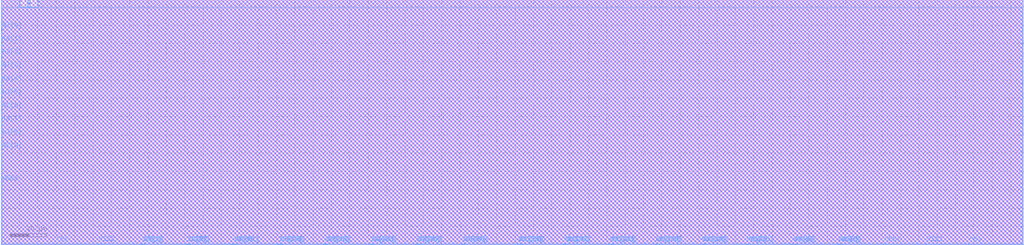
<source format=lef>
VERSION 5.5 ;
NAMESCASESENSITIVE ON ;
BUSBITCHARS "[]" ;
DIVIDERCHAR "/" ;

MACRO SRAM_32x1024_2P
  CLASS BLOCK ;
  SOURCE USER ;
  ORIGIN 0 0 ;
  SIZE 278.464 BY 66.880 ;
  SYMMETRY X Y R90 ;

  PIN CE1
    DIRECTION INPUT ;
    USE SIGNAL ;
    PORT
      LAYER M2 ;
        RECT 263.568 0.000 263.720 0.152 ;
    END
    PORT
      LAYER M3 ;
        RECT 263.568 0.000 263.720 0.152 ;
    END
    PORT
      LAYER M4 ;
        RECT 263.568 0.000 263.720 0.152 ;
    END
    PORT
      LAYER M5 ;
        RECT 263.568 0.000 263.720 0.152 ;
    END
  END CE1

  PIN CSB1
    DIRECTION INPUT ;
    USE SIGNAL ;
    PORT
      LAYER M2 ;
        RECT 252.016 0.000 252.168 0.152 ;
    END
    PORT
      LAYER M3 ;
        RECT 252.016 0.000 252.168 0.152 ;
    END
    PORT
      LAYER M4 ;
        RECT 252.016 0.000 252.168 0.152 ;
    END
    PORT
      LAYER M5 ;
        RECT 252.016 0.000 252.168 0.152 ;
    END
  END CSB1

  PIN OEB1
    DIRECTION INPUT ;
    USE SIGNAL ;
    PORT
      LAYER M2 ;
        RECT 240.464 0.000 240.616 0.152 ;
    END
    PORT
      LAYER M3 ;
        RECT 240.464 0.000 240.616 0.152 ;
    END
    PORT
      LAYER M4 ;
        RECT 240.464 0.000 240.616 0.152 ;
    END
    PORT
      LAYER M5 ;
        RECT 240.464 0.000 240.616 0.152 ;
    END
  END OEB1

  PIN O1[3]
    DIRECTION OUTPUT ;
    USE SIGNAL ;
    PORT
      LAYER M2 ;
        RECT 228.912 0.000 229.064 0.152 ;
    END
    PORT
      LAYER M3 ;
        RECT 228.912 0.000 229.064 0.152 ;
    END
    PORT
      LAYER M4 ;
        RECT 228.912 0.000 229.064 0.152 ;
    END
    PORT
      LAYER M5 ;
        RECT 228.912 0.000 229.064 0.152 ;
    END
  END O1[3]

  PIN O1[2]
    DIRECTION OUTPUT ;
    USE SIGNAL ;
    PORT
      LAYER M2 ;
        RECT 228.608 0.000 228.760 0.152 ;
    END
    PORT
      LAYER M3 ;
        RECT 228.608 0.000 228.760 0.152 ;
    END
    PORT
      LAYER M4 ;
        RECT 228.608 0.000 228.760 0.152 ;
    END
    PORT
      LAYER M5 ;
        RECT 228.608 0.000 228.760 0.152 ;
    END
  END O1[2]

  PIN O1[1]
    DIRECTION OUTPUT ;
    USE SIGNAL ;
    PORT
      LAYER M2 ;
        RECT 228.304 0.000 228.456 0.152 ;
    END
    PORT
      LAYER M3 ;
        RECT 228.304 0.000 228.456 0.152 ;
    END
    PORT
      LAYER M4 ;
        RECT 228.304 0.000 228.456 0.152 ;
    END
    PORT
      LAYER M5 ;
        RECT 228.304 0.000 228.456 0.152 ;
    END
  END O1[1]

  PIN O1[0]
    DIRECTION OUTPUT ;
    USE SIGNAL ;
    PORT
      LAYER M2 ;
        RECT 228.000 0.000 228.152 0.152 ;
    END
    PORT
      LAYER M3 ;
        RECT 228.000 0.000 228.152 0.152 ;
    END
    PORT
      LAYER M4 ;
        RECT 228.000 0.000 228.152 0.152 ;
    END
    PORT
      LAYER M5 ;
        RECT 228.000 0.000 228.152 0.152 ;
    END
  END O1[0]

  PIN O1[7]
    DIRECTION OUTPUT ;
    USE SIGNAL ;
    PORT
      LAYER M2 ;
        RECT 216.448 0.000 216.600 0.152 ;
    END
    PORT
      LAYER M3 ;
        RECT 216.448 0.000 216.600 0.152 ;
    END
    PORT
      LAYER M4 ;
        RECT 216.448 0.000 216.600 0.152 ;
    END
    PORT
      LAYER M5 ;
        RECT 216.448 0.000 216.600 0.152 ;
    END
  END O1[7]

  PIN O1[6]
    DIRECTION OUTPUT ;
    USE SIGNAL ;
    PORT
      LAYER M2 ;
        RECT 216.144 0.000 216.296 0.152 ;
    END
    PORT
      LAYER M3 ;
        RECT 216.144 0.000 216.296 0.152 ;
    END
    PORT
      LAYER M4 ;
        RECT 216.144 0.000 216.296 0.152 ;
    END
    PORT
      LAYER M5 ;
        RECT 216.144 0.000 216.296 0.152 ;
    END
  END O1[6]

  PIN O1[5]
    DIRECTION OUTPUT ;
    USE SIGNAL ;
    PORT
      LAYER M2 ;
        RECT 215.840 0.000 215.992 0.152 ;
    END
    PORT
      LAYER M3 ;
        RECT 215.840 0.000 215.992 0.152 ;
    END
    PORT
      LAYER M4 ;
        RECT 215.840 0.000 215.992 0.152 ;
    END
    PORT
      LAYER M5 ;
        RECT 215.840 0.000 215.992 0.152 ;
    END
  END O1[5]

  PIN O1[4]
    DIRECTION OUTPUT ;
    USE SIGNAL ;
    PORT
      LAYER M2 ;
        RECT 215.536 0.000 215.688 0.152 ;
    END
    PORT
      LAYER M3 ;
        RECT 215.536 0.000 215.688 0.152 ;
    END
    PORT
      LAYER M4 ;
        RECT 215.536 0.000 215.688 0.152 ;
    END
    PORT
      LAYER M5 ;
        RECT 215.536 0.000 215.688 0.152 ;
    END
  END O1[4]

  PIN O1[11]
    DIRECTION OUTPUT ;
    USE SIGNAL ;
    PORT
      LAYER M2 ;
        RECT 203.984 0.000 204.136 0.152 ;
    END
    PORT
      LAYER M3 ;
        RECT 203.984 0.000 204.136 0.152 ;
    END
    PORT
      LAYER M4 ;
        RECT 203.984 0.000 204.136 0.152 ;
    END
    PORT
      LAYER M5 ;
        RECT 203.984 0.000 204.136 0.152 ;
    END
  END O1[11]

  PIN O1[10]
    DIRECTION OUTPUT ;
    USE SIGNAL ;
    PORT
      LAYER M2 ;
        RECT 203.680 0.000 203.832 0.152 ;
    END
    PORT
      LAYER M3 ;
        RECT 203.680 0.000 203.832 0.152 ;
    END
    PORT
      LAYER M4 ;
        RECT 203.680 0.000 203.832 0.152 ;
    END
    PORT
      LAYER M5 ;
        RECT 203.680 0.000 203.832 0.152 ;
    END
  END O1[10]

  PIN O1[9]
    DIRECTION OUTPUT ;
    USE SIGNAL ;
    PORT
      LAYER M2 ;
        RECT 203.376 0.000 203.528 0.152 ;
    END
    PORT
      LAYER M3 ;
        RECT 203.376 0.000 203.528 0.152 ;
    END
    PORT
      LAYER M4 ;
        RECT 203.376 0.000 203.528 0.152 ;
    END
    PORT
      LAYER M5 ;
        RECT 203.376 0.000 203.528 0.152 ;
    END
  END O1[9]

  PIN O1[8]
    DIRECTION OUTPUT ;
    USE SIGNAL ;
    PORT
      LAYER M2 ;
        RECT 203.072 0.000 203.224 0.152 ;
    END
    PORT
      LAYER M3 ;
        RECT 203.072 0.000 203.224 0.152 ;
    END
    PORT
      LAYER M4 ;
        RECT 203.072 0.000 203.224 0.152 ;
    END
    PORT
      LAYER M5 ;
        RECT 203.072 0.000 203.224 0.152 ;
    END
  END O1[8]

  PIN O1[15]
    DIRECTION OUTPUT ;
    USE SIGNAL ;
    PORT
      LAYER M2 ;
        RECT 191.520 0.000 191.672 0.152 ;
    END
    PORT
      LAYER M3 ;
        RECT 191.520 0.000 191.672 0.152 ;
    END
    PORT
      LAYER M4 ;
        RECT 191.520 0.000 191.672 0.152 ;
    END
    PORT
      LAYER M5 ;
        RECT 191.520 0.000 191.672 0.152 ;
    END
  END O1[15]

  PIN O1[14]
    DIRECTION OUTPUT ;
    USE SIGNAL ;
    PORT
      LAYER M2 ;
        RECT 191.216 0.000 191.368 0.152 ;
    END
    PORT
      LAYER M3 ;
        RECT 191.216 0.000 191.368 0.152 ;
    END
    PORT
      LAYER M4 ;
        RECT 191.216 0.000 191.368 0.152 ;
    END
    PORT
      LAYER M5 ;
        RECT 191.216 0.000 191.368 0.152 ;
    END
  END O1[14]

  PIN O1[13]
    DIRECTION OUTPUT ;
    USE SIGNAL ;
    PORT
      LAYER M2 ;
        RECT 190.912 0.000 191.064 0.152 ;
    END
    PORT
      LAYER M3 ;
        RECT 190.912 0.000 191.064 0.152 ;
    END
    PORT
      LAYER M4 ;
        RECT 190.912 0.000 191.064 0.152 ;
    END
    PORT
      LAYER M5 ;
        RECT 190.912 0.000 191.064 0.152 ;
    END
  END O1[13]

  PIN O1[12]
    DIRECTION OUTPUT ;
    USE SIGNAL ;
    PORT
      LAYER M2 ;
        RECT 190.608 0.000 190.760 0.152 ;
    END
    PORT
      LAYER M3 ;
        RECT 190.608 0.000 190.760 0.152 ;
    END
    PORT
      LAYER M4 ;
        RECT 190.608 0.000 190.760 0.152 ;
    END
    PORT
      LAYER M5 ;
        RECT 190.608 0.000 190.760 0.152 ;
    END
  END O1[12]

  PIN O1[19]
    DIRECTION OUTPUT ;
    USE SIGNAL ;
    PORT
      LAYER M2 ;
        RECT 179.056 0.000 179.208 0.152 ;
    END
    PORT
      LAYER M3 ;
        RECT 179.056 0.000 179.208 0.152 ;
    END
    PORT
      LAYER M4 ;
        RECT 179.056 0.000 179.208 0.152 ;
    END
    PORT
      LAYER M5 ;
        RECT 179.056 0.000 179.208 0.152 ;
    END
  END O1[19]

  PIN O1[18]
    DIRECTION OUTPUT ;
    USE SIGNAL ;
    PORT
      LAYER M2 ;
        RECT 178.752 0.000 178.904 0.152 ;
    END
    PORT
      LAYER M3 ;
        RECT 178.752 0.000 178.904 0.152 ;
    END
    PORT
      LAYER M4 ;
        RECT 178.752 0.000 178.904 0.152 ;
    END
    PORT
      LAYER M5 ;
        RECT 178.752 0.000 178.904 0.152 ;
    END
  END O1[18]

  PIN O1[17]
    DIRECTION OUTPUT ;
    USE SIGNAL ;
    PORT
      LAYER M2 ;
        RECT 178.448 0.000 178.600 0.152 ;
    END
    PORT
      LAYER M3 ;
        RECT 178.448 0.000 178.600 0.152 ;
    END
    PORT
      LAYER M4 ;
        RECT 178.448 0.000 178.600 0.152 ;
    END
    PORT
      LAYER M5 ;
        RECT 178.448 0.000 178.600 0.152 ;
    END
  END O1[17]

  PIN O1[16]
    DIRECTION OUTPUT ;
    USE SIGNAL ;
    PORT
      LAYER M2 ;
        RECT 178.144 0.000 178.296 0.152 ;
    END
    PORT
      LAYER M3 ;
        RECT 178.144 0.000 178.296 0.152 ;
    END
    PORT
      LAYER M4 ;
        RECT 178.144 0.000 178.296 0.152 ;
    END
    PORT
      LAYER M5 ;
        RECT 178.144 0.000 178.296 0.152 ;
    END
  END O1[16]

  PIN O1[23]
    DIRECTION OUTPUT ;
    USE SIGNAL ;
    PORT
      LAYER M2 ;
        RECT 166.592 0.000 166.744 0.152 ;
    END
    PORT
      LAYER M3 ;
        RECT 166.592 0.000 166.744 0.152 ;
    END
    PORT
      LAYER M4 ;
        RECT 166.592 0.000 166.744 0.152 ;
    END
    PORT
      LAYER M5 ;
        RECT 166.592 0.000 166.744 0.152 ;
    END
  END O1[23]

  PIN O1[22]
    DIRECTION OUTPUT ;
    USE SIGNAL ;
    PORT
      LAYER M2 ;
        RECT 166.288 0.000 166.440 0.152 ;
    END
    PORT
      LAYER M3 ;
        RECT 166.288 0.000 166.440 0.152 ;
    END
    PORT
      LAYER M4 ;
        RECT 166.288 0.000 166.440 0.152 ;
    END
    PORT
      LAYER M5 ;
        RECT 166.288 0.000 166.440 0.152 ;
    END
  END O1[22]

  PIN O1[21]
    DIRECTION OUTPUT ;
    USE SIGNAL ;
    PORT
      LAYER M2 ;
        RECT 165.984 0.000 166.136 0.152 ;
    END
    PORT
      LAYER M3 ;
        RECT 165.984 0.000 166.136 0.152 ;
    END
    PORT
      LAYER M4 ;
        RECT 165.984 0.000 166.136 0.152 ;
    END
    PORT
      LAYER M5 ;
        RECT 165.984 0.000 166.136 0.152 ;
    END
  END O1[21]

  PIN O1[20]
    DIRECTION OUTPUT ;
    USE SIGNAL ;
    PORT
      LAYER M2 ;
        RECT 165.680 0.000 165.832 0.152 ;
    END
    PORT
      LAYER M3 ;
        RECT 165.680 0.000 165.832 0.152 ;
    END
    PORT
      LAYER M4 ;
        RECT 165.680 0.000 165.832 0.152 ;
    END
    PORT
      LAYER M5 ;
        RECT 165.680 0.000 165.832 0.152 ;
    END
  END O1[20]

  PIN O1[27]
    DIRECTION OUTPUT ;
    USE SIGNAL ;
    PORT
      LAYER M2 ;
        RECT 154.128 0.000 154.280 0.152 ;
    END
    PORT
      LAYER M3 ;
        RECT 154.128 0.000 154.280 0.152 ;
    END
    PORT
      LAYER M4 ;
        RECT 154.128 0.000 154.280 0.152 ;
    END
    PORT
      LAYER M5 ;
        RECT 154.128 0.000 154.280 0.152 ;
    END
  END O1[27]

  PIN O1[26]
    DIRECTION OUTPUT ;
    USE SIGNAL ;
    PORT
      LAYER M2 ;
        RECT 153.824 0.000 153.976 0.152 ;
    END
    PORT
      LAYER M3 ;
        RECT 153.824 0.000 153.976 0.152 ;
    END
    PORT
      LAYER M4 ;
        RECT 153.824 0.000 153.976 0.152 ;
    END
    PORT
      LAYER M5 ;
        RECT 153.824 0.000 153.976 0.152 ;
    END
  END O1[26]

  PIN O1[25]
    DIRECTION OUTPUT ;
    USE SIGNAL ;
    PORT
      LAYER M2 ;
        RECT 153.520 0.000 153.672 0.152 ;
    END
    PORT
      LAYER M3 ;
        RECT 153.520 0.000 153.672 0.152 ;
    END
    PORT
      LAYER M4 ;
        RECT 153.520 0.000 153.672 0.152 ;
    END
    PORT
      LAYER M5 ;
        RECT 153.520 0.000 153.672 0.152 ;
    END
  END O1[25]

  PIN O1[24]
    DIRECTION OUTPUT ;
    USE SIGNAL ;
    PORT
      LAYER M2 ;
        RECT 153.216 0.000 153.368 0.152 ;
    END
    PORT
      LAYER M3 ;
        RECT 153.216 0.000 153.368 0.152 ;
    END
    PORT
      LAYER M4 ;
        RECT 153.216 0.000 153.368 0.152 ;
    END
    PORT
      LAYER M5 ;
        RECT 153.216 0.000 153.368 0.152 ;
    END
  END O1[24]

  PIN O1[31]
    DIRECTION OUTPUT ;
    USE SIGNAL ;
    PORT
      LAYER M2 ;
        RECT 141.664 0.000 141.816 0.152 ;
    END
    PORT
      LAYER M3 ;
        RECT 141.664 0.000 141.816 0.152 ;
    END
    PORT
      LAYER M4 ;
        RECT 141.664 0.000 141.816 0.152 ;
    END
    PORT
      LAYER M5 ;
        RECT 141.664 0.000 141.816 0.152 ;
    END
  END O1[31]

  PIN O1[30]
    DIRECTION OUTPUT ;
    USE SIGNAL ;
    PORT
      LAYER M2 ;
        RECT 141.360 0.000 141.512 0.152 ;
    END
    PORT
      LAYER M3 ;
        RECT 141.360 0.000 141.512 0.152 ;
    END
    PORT
      LAYER M4 ;
        RECT 141.360 0.000 141.512 0.152 ;
    END
    PORT
      LAYER M5 ;
        RECT 141.360 0.000 141.512 0.152 ;
    END
  END O1[30]

  PIN O1[29]
    DIRECTION OUTPUT ;
    USE SIGNAL ;
    PORT
      LAYER M2 ;
        RECT 141.056 0.000 141.208 0.152 ;
    END
    PORT
      LAYER M3 ;
        RECT 141.056 0.000 141.208 0.152 ;
    END
    PORT
      LAYER M4 ;
        RECT 141.056 0.000 141.208 0.152 ;
    END
    PORT
      LAYER M5 ;
        RECT 141.056 0.000 141.208 0.152 ;
    END
  END O1[29]

  PIN O1[28]
    DIRECTION OUTPUT ;
    USE SIGNAL ;
    PORT
      LAYER M2 ;
        RECT 140.752 0.000 140.904 0.152 ;
    END
    PORT
      LAYER M3 ;
        RECT 140.752 0.000 140.904 0.152 ;
    END
    PORT
      LAYER M4 ;
        RECT 140.752 0.000 140.904 0.152 ;
    END
    PORT
      LAYER M5 ;
        RECT 140.752 0.000 140.904 0.152 ;
    END
  END O1[28]

  PIN A1[0]
    DIRECTION INPUT ;
    USE SIGNAL ;
    PORT
      LAYER M2 ;
        RECT 278.312 58.520 278.464 58.672 ;
    END
    PORT
      LAYER M3 ;
        RECT 278.312 58.520 278.464 58.672 ;
    END
    PORT
      LAYER M4 ;
        RECT 278.312 58.520 278.464 58.672 ;
    END
    PORT
      LAYER M5 ;
        RECT 278.312 58.520 278.464 58.672 ;
    END
  END A1[0]

  PIN A1[1]
    DIRECTION INPUT ;
    USE SIGNAL ;
    PORT
      LAYER M2 ;
        RECT 278.312 54.872 278.464 55.024 ;
    END
    PORT
      LAYER M3 ;
        RECT 278.312 54.872 278.464 55.024 ;
    END
    PORT
      LAYER M4 ;
        RECT 278.312 54.872 278.464 55.024 ;
    END
    PORT
      LAYER M5 ;
        RECT 278.312 54.872 278.464 55.024 ;
    END
  END A1[1]

  PIN A1[2]
    DIRECTION INPUT ;
    USE SIGNAL ;
    PORT
      LAYER M2 ;
        RECT 278.312 51.224 278.464 51.376 ;
    END
    PORT
      LAYER M3 ;
        RECT 278.312 51.224 278.464 51.376 ;
    END
    PORT
      LAYER M4 ;
        RECT 278.312 51.224 278.464 51.376 ;
    END
    PORT
      LAYER M5 ;
        RECT 278.312 51.224 278.464 51.376 ;
    END
  END A1[2]

  PIN A1[3]
    DIRECTION INPUT ;
    USE SIGNAL ;
    PORT
      LAYER M2 ;
        RECT 278.312 47.576 278.464 47.728 ;
    END
    PORT
      LAYER M3 ;
        RECT 278.312 47.576 278.464 47.728 ;
    END
    PORT
      LAYER M4 ;
        RECT 278.312 47.576 278.464 47.728 ;
    END
    PORT
      LAYER M5 ;
        RECT 278.312 47.576 278.464 47.728 ;
    END
  END A1[3]

  PIN A1[4]
    DIRECTION INPUT ;
    USE SIGNAL ;
    PORT
      LAYER M2 ;
        RECT 278.312 43.928 278.464 44.080 ;
    END
    PORT
      LAYER M3 ;
        RECT 278.312 43.928 278.464 44.080 ;
    END
    PORT
      LAYER M4 ;
        RECT 278.312 43.928 278.464 44.080 ;
    END
    PORT
      LAYER M5 ;
        RECT 278.312 43.928 278.464 44.080 ;
    END
  END A1[4]

  PIN A1[5]
    DIRECTION INPUT ;
    USE SIGNAL ;
    PORT
      LAYER M2 ;
        RECT 278.312 40.280 278.464 40.432 ;
    END
    PORT
      LAYER M3 ;
        RECT 278.312 40.280 278.464 40.432 ;
    END
    PORT
      LAYER M4 ;
        RECT 278.312 40.280 278.464 40.432 ;
    END
    PORT
      LAYER M5 ;
        RECT 278.312 40.280 278.464 40.432 ;
    END
  END A1[5]

  PIN A1[6]
    DIRECTION INPUT ;
    USE SIGNAL ;
    PORT
      LAYER M2 ;
        RECT 278.312 36.632 278.464 36.784 ;
    END
    PORT
      LAYER M3 ;
        RECT 278.312 36.632 278.464 36.784 ;
    END
    PORT
      LAYER M4 ;
        RECT 278.312 36.632 278.464 36.784 ;
    END
    PORT
      LAYER M5 ;
        RECT 278.312 36.632 278.464 36.784 ;
    END
  END A1[6]

  PIN A1[7]
    DIRECTION INPUT ;
    USE SIGNAL ;
    PORT
      LAYER M2 ;
        RECT 278.312 32.984 278.464 33.136 ;
    END
    PORT
      LAYER M3 ;
        RECT 278.312 32.984 278.464 33.136 ;
    END
    PORT
      LAYER M4 ;
        RECT 278.312 32.984 278.464 33.136 ;
    END
    PORT
      LAYER M5 ;
        RECT 278.312 32.984 278.464 33.136 ;
    END
  END A1[7]

  PIN A1[8]
    DIRECTION INPUT ;
    USE SIGNAL ;
    PORT
      LAYER M2 ;
        RECT 278.312 29.336 278.464 29.488 ;
    END
    PORT
      LAYER M3 ;
        RECT 278.312 29.336 278.464 29.488 ;
    END
    PORT
      LAYER M4 ;
        RECT 278.312 29.336 278.464 29.488 ;
    END
    PORT
      LAYER M5 ;
        RECT 278.312 29.336 278.464 29.488 ;
    END
  END A1[8]

  PIN A1[9]
    DIRECTION INPUT ;
    USE SIGNAL ;
    PORT
      LAYER M2 ;
        RECT 278.312 25.688 278.464 25.840 ;
    END
    PORT
      LAYER M3 ;
        RECT 278.312 25.688 278.464 25.840 ;
    END
    PORT
      LAYER M4 ;
        RECT 278.312 25.688 278.464 25.840 ;
    END
    PORT
      LAYER M5 ;
        RECT 278.312 25.688 278.464 25.840 ;
    END
  END A1[9]

  PIN CE2
    DIRECTION INPUT ;
    USE SIGNAL ;
    PORT
      LAYER M2 ;
        RECT 14.896 0.000 15.048 0.152 ;
    END
    PORT
      LAYER M3 ;
        RECT 14.896 0.000 15.048 0.152 ;
    END
    PORT
      LAYER M4 ;
        RECT 14.896 0.000 15.048 0.152 ;
    END
    PORT
      LAYER M5 ;
        RECT 14.896 0.000 15.048 0.152 ;
    END
  END CE2

  PIN CSB2
    DIRECTION INPUT ;
    USE SIGNAL ;
    PORT
      LAYER M2 ;
        RECT 26.448 0.000 26.600 0.152 ;
    END
    PORT
      LAYER M3 ;
        RECT 26.448 0.000 26.600 0.152 ;
    END
    PORT
      LAYER M4 ;
        RECT 26.448 0.000 26.600 0.152 ;
    END
    PORT
      LAYER M5 ;
        RECT 26.448 0.000 26.600 0.152 ;
    END
  END CSB2

  PIN I2[0]
    DIRECTION INPUT ;
    USE SIGNAL ;
    PORT
      LAYER M2 ;
        RECT 38.000 0.000 38.152 0.152 ;
    END
    PORT
      LAYER M3 ;
        RECT 38.000 0.000 38.152 0.152 ;
    END
    PORT
      LAYER M4 ;
        RECT 38.000 0.000 38.152 0.152 ;
    END
    PORT
      LAYER M5 ;
        RECT 38.000 0.000 38.152 0.152 ;
    END
  END I2[0]

  PIN I2[1]
    DIRECTION INPUT ;
    USE SIGNAL ;
    PORT
      LAYER M2 ;
        RECT 38.304 0.000 38.456 0.152 ;
    END
    PORT
      LAYER M3 ;
        RECT 38.304 0.000 38.456 0.152 ;
    END
    PORT
      LAYER M4 ;
        RECT 38.304 0.000 38.456 0.152 ;
    END
    PORT
      LAYER M5 ;
        RECT 38.304 0.000 38.456 0.152 ;
    END
  END I2[1]

  PIN I2[2]
    DIRECTION INPUT ;
    USE SIGNAL ;
    PORT
      LAYER M2 ;
        RECT 38.608 0.000 38.760 0.152 ;
    END
    PORT
      LAYER M3 ;
        RECT 38.608 0.000 38.760 0.152 ;
    END
    PORT
      LAYER M4 ;
        RECT 38.608 0.000 38.760 0.152 ;
    END
    PORT
      LAYER M5 ;
        RECT 38.608 0.000 38.760 0.152 ;
    END
  END I2[2]

  PIN I2[3]
    DIRECTION INPUT ;
    USE SIGNAL ;
    PORT
      LAYER M2 ;
        RECT 38.912 0.000 39.064 0.152 ;
    END
    PORT
      LAYER M3 ;
        RECT 38.912 0.000 39.064 0.152 ;
    END
    PORT
      LAYER M4 ;
        RECT 38.912 0.000 39.064 0.152 ;
    END
    PORT
      LAYER M5 ;
        RECT 38.912 0.000 39.064 0.152 ;
    END
  END I2[3]

  PIN I2[4]
    DIRECTION INPUT ;
    USE SIGNAL ;
    PORT
      LAYER M2 ;
        RECT 50.464 0.000 50.616 0.152 ;
    END
    PORT
      LAYER M3 ;
        RECT 50.464 0.000 50.616 0.152 ;
    END
    PORT
      LAYER M4 ;
        RECT 50.464 0.000 50.616 0.152 ;
    END
    PORT
      LAYER M5 ;
        RECT 50.464 0.000 50.616 0.152 ;
    END
  END I2[4]

  PIN I2[5]
    DIRECTION INPUT ;
    USE SIGNAL ;
    PORT
      LAYER M2 ;
        RECT 50.768 0.000 50.920 0.152 ;
    END
    PORT
      LAYER M3 ;
        RECT 50.768 0.000 50.920 0.152 ;
    END
    PORT
      LAYER M4 ;
        RECT 50.768 0.000 50.920 0.152 ;
    END
    PORT
      LAYER M5 ;
        RECT 50.768 0.000 50.920 0.152 ;
    END
  END I2[5]

  PIN I2[6]
    DIRECTION INPUT ;
    USE SIGNAL ;
    PORT
      LAYER M2 ;
        RECT 51.072 0.000 51.224 0.152 ;
    END
    PORT
      LAYER M3 ;
        RECT 51.072 0.000 51.224 0.152 ;
    END
    PORT
      LAYER M4 ;
        RECT 51.072 0.000 51.224 0.152 ;
    END
    PORT
      LAYER M5 ;
        RECT 51.072 0.000 51.224 0.152 ;
    END
  END I2[6]

  PIN I2[7]
    DIRECTION INPUT ;
    USE SIGNAL ;
    PORT
      LAYER M2 ;
        RECT 51.376 0.000 51.528 0.152 ;
    END
    PORT
      LAYER M3 ;
        RECT 51.376 0.000 51.528 0.152 ;
    END
    PORT
      LAYER M4 ;
        RECT 51.376 0.000 51.528 0.152 ;
    END
    PORT
      LAYER M5 ;
        RECT 51.376 0.000 51.528 0.152 ;
    END
  END I2[7]

  PIN I2[8]
    DIRECTION INPUT ;
    USE SIGNAL ;
    PORT
      LAYER M2 ;
        RECT 62.928 0.000 63.080 0.152 ;
    END
    PORT
      LAYER M3 ;
        RECT 62.928 0.000 63.080 0.152 ;
    END
    PORT
      LAYER M4 ;
        RECT 62.928 0.000 63.080 0.152 ;
    END
    PORT
      LAYER M5 ;
        RECT 62.928 0.000 63.080 0.152 ;
    END
  END I2[8]

  PIN I2[9]
    DIRECTION INPUT ;
    USE SIGNAL ;
    PORT
      LAYER M2 ;
        RECT 63.232 0.000 63.384 0.152 ;
    END
    PORT
      LAYER M3 ;
        RECT 63.232 0.000 63.384 0.152 ;
    END
    PORT
      LAYER M4 ;
        RECT 63.232 0.000 63.384 0.152 ;
    END
    PORT
      LAYER M5 ;
        RECT 63.232 0.000 63.384 0.152 ;
    END
  END I2[9]

  PIN I2[10]
    DIRECTION INPUT ;
    USE SIGNAL ;
    PORT
      LAYER M2 ;
        RECT 63.536 0.000 63.688 0.152 ;
    END
    PORT
      LAYER M3 ;
        RECT 63.536 0.000 63.688 0.152 ;
    END
    PORT
      LAYER M4 ;
        RECT 63.536 0.000 63.688 0.152 ;
    END
    PORT
      LAYER M5 ;
        RECT 63.536 0.000 63.688 0.152 ;
    END
  END I2[10]

  PIN I2[11]
    DIRECTION INPUT ;
    USE SIGNAL ;
    PORT
      LAYER M2 ;
        RECT 63.840 0.000 63.992 0.152 ;
    END
    PORT
      LAYER M3 ;
        RECT 63.840 0.000 63.992 0.152 ;
    END
    PORT
      LAYER M4 ;
        RECT 63.840 0.000 63.992 0.152 ;
    END
    PORT
      LAYER M5 ;
        RECT 63.840 0.000 63.992 0.152 ;
    END
  END I2[11]

  PIN I2[12]
    DIRECTION INPUT ;
    USE SIGNAL ;
    PORT
      LAYER M2 ;
        RECT 75.392 0.000 75.544 0.152 ;
    END
    PORT
      LAYER M3 ;
        RECT 75.392 0.000 75.544 0.152 ;
    END
    PORT
      LAYER M4 ;
        RECT 75.392 0.000 75.544 0.152 ;
    END
    PORT
      LAYER M5 ;
        RECT 75.392 0.000 75.544 0.152 ;
    END
  END I2[12]

  PIN I2[13]
    DIRECTION INPUT ;
    USE SIGNAL ;
    PORT
      LAYER M2 ;
        RECT 75.696 0.000 75.848 0.152 ;
    END
    PORT
      LAYER M3 ;
        RECT 75.696 0.000 75.848 0.152 ;
    END
    PORT
      LAYER M4 ;
        RECT 75.696 0.000 75.848 0.152 ;
    END
    PORT
      LAYER M5 ;
        RECT 75.696 0.000 75.848 0.152 ;
    END
  END I2[13]

  PIN I2[14]
    DIRECTION INPUT ;
    USE SIGNAL ;
    PORT
      LAYER M2 ;
        RECT 76.000 0.000 76.152 0.152 ;
    END
    PORT
      LAYER M3 ;
        RECT 76.000 0.000 76.152 0.152 ;
    END
    PORT
      LAYER M4 ;
        RECT 76.000 0.000 76.152 0.152 ;
    END
    PORT
      LAYER M5 ;
        RECT 76.000 0.000 76.152 0.152 ;
    END
  END I2[14]

  PIN I2[15]
    DIRECTION INPUT ;
    USE SIGNAL ;
    PORT
      LAYER M2 ;
        RECT 76.304 0.000 76.456 0.152 ;
    END
    PORT
      LAYER M3 ;
        RECT 76.304 0.000 76.456 0.152 ;
    END
    PORT
      LAYER M4 ;
        RECT 76.304 0.000 76.456 0.152 ;
    END
    PORT
      LAYER M5 ;
        RECT 76.304 0.000 76.456 0.152 ;
    END
  END I2[15]

  PIN I2[16]
    DIRECTION INPUT ;
    USE SIGNAL ;
    PORT
      LAYER M2 ;
        RECT 87.856 0.000 88.008 0.152 ;
    END
    PORT
      LAYER M3 ;
        RECT 87.856 0.000 88.008 0.152 ;
    END
    PORT
      LAYER M4 ;
        RECT 87.856 0.000 88.008 0.152 ;
    END
    PORT
      LAYER M5 ;
        RECT 87.856 0.000 88.008 0.152 ;
    END
  END I2[16]

  PIN I2[17]
    DIRECTION INPUT ;
    USE SIGNAL ;
    PORT
      LAYER M2 ;
        RECT 88.160 0.000 88.312 0.152 ;
    END
    PORT
      LAYER M3 ;
        RECT 88.160 0.000 88.312 0.152 ;
    END
    PORT
      LAYER M4 ;
        RECT 88.160 0.000 88.312 0.152 ;
    END
    PORT
      LAYER M5 ;
        RECT 88.160 0.000 88.312 0.152 ;
    END
  END I2[17]

  PIN I2[18]
    DIRECTION INPUT ;
    USE SIGNAL ;
    PORT
      LAYER M2 ;
        RECT 88.464 0.000 88.616 0.152 ;
    END
    PORT
      LAYER M3 ;
        RECT 88.464 0.000 88.616 0.152 ;
    END
    PORT
      LAYER M4 ;
        RECT 88.464 0.000 88.616 0.152 ;
    END
    PORT
      LAYER M5 ;
        RECT 88.464 0.000 88.616 0.152 ;
    END
  END I2[18]

  PIN I2[19]
    DIRECTION INPUT ;
    USE SIGNAL ;
    PORT
      LAYER M2 ;
        RECT 88.768 0.000 88.920 0.152 ;
    END
    PORT
      LAYER M3 ;
        RECT 88.768 0.000 88.920 0.152 ;
    END
    PORT
      LAYER M4 ;
        RECT 88.768 0.000 88.920 0.152 ;
    END
    PORT
      LAYER M5 ;
        RECT 88.768 0.000 88.920 0.152 ;
    END
  END I2[19]

  PIN I2[20]
    DIRECTION INPUT ;
    USE SIGNAL ;
    PORT
      LAYER M2 ;
        RECT 100.320 0.000 100.472 0.152 ;
    END
    PORT
      LAYER M3 ;
        RECT 100.320 0.000 100.472 0.152 ;
    END
    PORT
      LAYER M4 ;
        RECT 100.320 0.000 100.472 0.152 ;
    END
    PORT
      LAYER M5 ;
        RECT 100.320 0.000 100.472 0.152 ;
    END
  END I2[20]

  PIN I2[21]
    DIRECTION INPUT ;
    USE SIGNAL ;
    PORT
      LAYER M2 ;
        RECT 100.624 0.000 100.776 0.152 ;
    END
    PORT
      LAYER M3 ;
        RECT 100.624 0.000 100.776 0.152 ;
    END
    PORT
      LAYER M4 ;
        RECT 100.624 0.000 100.776 0.152 ;
    END
    PORT
      LAYER M5 ;
        RECT 100.624 0.000 100.776 0.152 ;
    END
  END I2[21]

  PIN I2[22]
    DIRECTION INPUT ;
    USE SIGNAL ;
    PORT
      LAYER M2 ;
        RECT 100.928 0.000 101.080 0.152 ;
    END
    PORT
      LAYER M3 ;
        RECT 100.928 0.000 101.080 0.152 ;
    END
    PORT
      LAYER M4 ;
        RECT 100.928 0.000 101.080 0.152 ;
    END
    PORT
      LAYER M5 ;
        RECT 100.928 0.000 101.080 0.152 ;
    END
  END I2[22]

  PIN I2[23]
    DIRECTION INPUT ;
    USE SIGNAL ;
    PORT
      LAYER M2 ;
        RECT 101.232 0.000 101.384 0.152 ;
    END
    PORT
      LAYER M3 ;
        RECT 101.232 0.000 101.384 0.152 ;
    END
    PORT
      LAYER M4 ;
        RECT 101.232 0.000 101.384 0.152 ;
    END
    PORT
      LAYER M5 ;
        RECT 101.232 0.000 101.384 0.152 ;
    END
  END I2[23]

  PIN I2[24]
    DIRECTION INPUT ;
    USE SIGNAL ;
    PORT
      LAYER M2 ;
        RECT 112.784 0.000 112.936 0.152 ;
    END
    PORT
      LAYER M3 ;
        RECT 112.784 0.000 112.936 0.152 ;
    END
    PORT
      LAYER M4 ;
        RECT 112.784 0.000 112.936 0.152 ;
    END
    PORT
      LAYER M5 ;
        RECT 112.784 0.000 112.936 0.152 ;
    END
  END I2[24]

  PIN I2[25]
    DIRECTION INPUT ;
    USE SIGNAL ;
    PORT
      LAYER M2 ;
        RECT 113.088 0.000 113.240 0.152 ;
    END
    PORT
      LAYER M3 ;
        RECT 113.088 0.000 113.240 0.152 ;
    END
    PORT
      LAYER M4 ;
        RECT 113.088 0.000 113.240 0.152 ;
    END
    PORT
      LAYER M5 ;
        RECT 113.088 0.000 113.240 0.152 ;
    END
  END I2[25]

  PIN I2[26]
    DIRECTION INPUT ;
    USE SIGNAL ;
    PORT
      LAYER M2 ;
        RECT 113.392 0.000 113.544 0.152 ;
    END
    PORT
      LAYER M3 ;
        RECT 113.392 0.000 113.544 0.152 ;
    END
    PORT
      LAYER M4 ;
        RECT 113.392 0.000 113.544 0.152 ;
    END
    PORT
      LAYER M5 ;
        RECT 113.392 0.000 113.544 0.152 ;
    END
  END I2[26]

  PIN I2[27]
    DIRECTION INPUT ;
    USE SIGNAL ;
    PORT
      LAYER M2 ;
        RECT 113.696 0.000 113.848 0.152 ;
    END
    PORT
      LAYER M3 ;
        RECT 113.696 0.000 113.848 0.152 ;
    END
    PORT
      LAYER M4 ;
        RECT 113.696 0.000 113.848 0.152 ;
    END
    PORT
      LAYER M5 ;
        RECT 113.696 0.000 113.848 0.152 ;
    END
  END I2[27]

  PIN I2[28]
    DIRECTION INPUT ;
    USE SIGNAL ;
    PORT
      LAYER M2 ;
        RECT 125.248 0.000 125.400 0.152 ;
    END
    PORT
      LAYER M3 ;
        RECT 125.248 0.000 125.400 0.152 ;
    END
    PORT
      LAYER M4 ;
        RECT 125.248 0.000 125.400 0.152 ;
    END
    PORT
      LAYER M5 ;
        RECT 125.248 0.000 125.400 0.152 ;
    END
  END I2[28]

  PIN I2[29]
    DIRECTION INPUT ;
    USE SIGNAL ;
    PORT
      LAYER M2 ;
        RECT 125.552 0.000 125.704 0.152 ;
    END
    PORT
      LAYER M3 ;
        RECT 125.552 0.000 125.704 0.152 ;
    END
    PORT
      LAYER M4 ;
        RECT 125.552 0.000 125.704 0.152 ;
    END
    PORT
      LAYER M5 ;
        RECT 125.552 0.000 125.704 0.152 ;
    END
  END I2[29]

  PIN I2[30]
    DIRECTION INPUT ;
    USE SIGNAL ;
    PORT
      LAYER M2 ;
        RECT 125.856 0.000 126.008 0.152 ;
    END
    PORT
      LAYER M3 ;
        RECT 125.856 0.000 126.008 0.152 ;
    END
    PORT
      LAYER M4 ;
        RECT 125.856 0.000 126.008 0.152 ;
    END
    PORT
      LAYER M5 ;
        RECT 125.856 0.000 126.008 0.152 ;
    END
  END I2[30]

  PIN I2[31]
    DIRECTION INPUT ;
    USE SIGNAL ;
    PORT
      LAYER M2 ;
        RECT 126.160 0.000 126.312 0.152 ;
    END
    PORT
      LAYER M3 ;
        RECT 126.160 0.000 126.312 0.152 ;
    END
    PORT
      LAYER M4 ;
        RECT 126.160 0.000 126.312 0.152 ;
    END
    PORT
      LAYER M5 ;
        RECT 126.160 0.000 126.312 0.152 ;
    END
  END I2[31]

  PIN A2[0]
    DIRECTION INPUT ;
    USE SIGNAL ;
    PORT
      LAYER M2 ;
        RECT 0.000 58.520 0.152 58.672 ;
    END
    PORT
      LAYER M3 ;
        RECT 0.000 58.520 0.152 58.672 ;
    END
    PORT
      LAYER M4 ;
        RECT 0.000 58.520 0.152 58.672 ;
    END
    PORT
      LAYER M5 ;
        RECT 0.000 58.520 0.152 58.672 ;
    END
  END A2[0]

  PIN A2[1]
    DIRECTION INPUT ;
    USE SIGNAL ;
    PORT
      LAYER M2 ;
        RECT 0.000 54.872 0.152 55.024 ;
    END
    PORT
      LAYER M3 ;
        RECT 0.000 54.872 0.152 55.024 ;
    END
    PORT
      LAYER M4 ;
        RECT 0.000 54.872 0.152 55.024 ;
    END
    PORT
      LAYER M5 ;
        RECT 0.000 54.872 0.152 55.024 ;
    END
  END A2[1]

  PIN A2[2]
    DIRECTION INPUT ;
    USE SIGNAL ;
    PORT
      LAYER M2 ;
        RECT 0.000 51.224 0.152 51.376 ;
    END
    PORT
      LAYER M3 ;
        RECT 0.000 51.224 0.152 51.376 ;
    END
    PORT
      LAYER M4 ;
        RECT 0.000 51.224 0.152 51.376 ;
    END
    PORT
      LAYER M5 ;
        RECT 0.000 51.224 0.152 51.376 ;
    END
  END A2[2]

  PIN A2[3]
    DIRECTION INPUT ;
    USE SIGNAL ;
    PORT
      LAYER M2 ;
        RECT 0.000 47.576 0.152 47.728 ;
    END
    PORT
      LAYER M3 ;
        RECT 0.000 47.576 0.152 47.728 ;
    END
    PORT
      LAYER M4 ;
        RECT 0.000 47.576 0.152 47.728 ;
    END
    PORT
      LAYER M5 ;
        RECT 0.000 47.576 0.152 47.728 ;
    END
  END A2[3]

  PIN A2[4]
    DIRECTION INPUT ;
    USE SIGNAL ;
    PORT
      LAYER M2 ;
        RECT 0.000 43.928 0.152 44.080 ;
    END
    PORT
      LAYER M3 ;
        RECT 0.000 43.928 0.152 44.080 ;
    END
    PORT
      LAYER M4 ;
        RECT 0.000 43.928 0.152 44.080 ;
    END
    PORT
      LAYER M5 ;
        RECT 0.000 43.928 0.152 44.080 ;
    END
  END A2[4]

  PIN A2[5]
    DIRECTION INPUT ;
    USE SIGNAL ;
    PORT
      LAYER M2 ;
        RECT 0.000 40.280 0.152 40.432 ;
    END
    PORT
      LAYER M3 ;
        RECT 0.000 40.280 0.152 40.432 ;
    END
    PORT
      LAYER M4 ;
        RECT 0.000 40.280 0.152 40.432 ;
    END
    PORT
      LAYER M5 ;
        RECT 0.000 40.280 0.152 40.432 ;
    END
  END A2[5]

  PIN A2[6]
    DIRECTION INPUT ;
    USE SIGNAL ;
    PORT
      LAYER M2 ;
        RECT 0.000 36.632 0.152 36.784 ;
    END
    PORT
      LAYER M3 ;
        RECT 0.000 36.632 0.152 36.784 ;
    END
    PORT
      LAYER M4 ;
        RECT 0.000 36.632 0.152 36.784 ;
    END
    PORT
      LAYER M5 ;
        RECT 0.000 36.632 0.152 36.784 ;
    END
  END A2[6]

  PIN A2[7]
    DIRECTION INPUT ;
    USE SIGNAL ;
    PORT
      LAYER M2 ;
        RECT 0.000 32.984 0.152 33.136 ;
    END
    PORT
      LAYER M3 ;
        RECT 0.000 32.984 0.152 33.136 ;
    END
    PORT
      LAYER M4 ;
        RECT 0.000 32.984 0.152 33.136 ;
    END
    PORT
      LAYER M5 ;
        RECT 0.000 32.984 0.152 33.136 ;
    END
  END A2[7]

  PIN A2[8]
    DIRECTION INPUT ;
    USE SIGNAL ;
    PORT
      LAYER M2 ;
        RECT 0.000 29.336 0.152 29.488 ;
    END
    PORT
      LAYER M3 ;
        RECT 0.000 29.336 0.152 29.488 ;
    END
    PORT
      LAYER M4 ;
        RECT 0.000 29.336 0.152 29.488 ;
    END
    PORT
      LAYER M5 ;
        RECT 0.000 29.336 0.152 29.488 ;
    END
  END A2[8]

  PIN A2[9]
    DIRECTION INPUT ;
    USE SIGNAL ;
    PORT
      LAYER M2 ;
        RECT 0.000 25.688 0.152 25.840 ;
    END
    PORT
      LAYER M3 ;
        RECT 0.000 25.688 0.152 25.840 ;
    END
    PORT
      LAYER M4 ;
        RECT 0.000 25.688 0.152 25.840 ;
    END
    PORT
      LAYER M5 ;
        RECT 0.000 25.688 0.152 25.840 ;
    END
  END A2[9]

  PIN WEB2
    DIRECTION INPUT ;
    USE SIGNAL ;
    PORT
      LAYER M2 ;
        RECT 0.000 16.720 0.152 16.872 ;
    END
    PORT
      LAYER M3 ;
        RECT 0.000 16.720 0.152 16.872 ;
    END
    PORT
      LAYER M4 ;
        RECT 0.000 16.720 0.152 16.872 ;
    END
    PORT
      LAYER M5 ;
        RECT 0.000 16.720 0.152 16.872 ;
    END
  END WEB2

  PIN VDD
    DIRECTION INOUT ;
    USE POWER ;
    PORT
      LAYER M2 ;
        RECT 5.195 64.880 7.195 66.880 ;
    END
    PORT
      LAYER M3 ;
        RECT 5.195 64.880 7.195 66.880 ;
    END
    PORT
      LAYER M5 ;
        RECT 5.195 64.880 7.195 66.880 ;
    END
  END VDD

  PIN VSS
    DIRECTION INOUT ;
    USE GROUND ;
    PORT
      LAYER M2 ;
        RECT 7.915 64.880 9.915 66.880 ;
    END
    PORT
      LAYER M3 ;
        RECT 7.915 64.880 9.915 66.880 ;
    END
    PORT
      LAYER M5 ;
        RECT 7.915 64.880 9.915 66.880 ;
    END
  END VSS

  OBS
    LAYER M2 ;
      RECT 263.872 0.000 278.464 0.304 ;
      RECT 252.320 0.000 263.416 0.304 ;
      RECT 240.768 0.000 251.864 0.304 ;
      RECT 229.216 0.000 240.312 0.304 ;
      RECT 216.752 0.000 227.848 0.304 ;
      RECT 204.288 0.000 215.384 0.304 ;
      RECT 191.824 0.000 202.920 0.304 ;
      RECT 179.360 0.000 190.456 0.304 ;
      RECT 166.896 0.000 177.992 0.304 ;
      RECT 154.432 0.000 165.528 0.304 ;
      RECT 141.968 0.000 153.064 0.304 ;
      RECT 278.160 58.824 278.464 64.728 ;
      RECT 278.160 55.176 278.464 58.368 ;
      RECT 278.160 51.528 278.464 54.720 ;
      RECT 278.160 47.880 278.464 51.072 ;
      RECT 278.160 44.232 278.464 47.424 ;
      RECT 278.160 40.584 278.464 43.776 ;
      RECT 278.160 36.936 278.464 40.128 ;
      RECT 278.160 33.288 278.464 36.480 ;
      RECT 278.160 29.640 278.464 32.832 ;
      RECT 278.160 25.992 278.464 29.184 ;
      RECT 278.160 17.024 278.464 25.536 ;
      RECT 278.160 0.304 278.464 16.568 ;
      RECT 0.000 0.000 14.744 0.304 ;
      RECT 15.200 0.000 26.296 0.304 ;
      RECT 26.752 0.000 37.848 0.304 ;
      RECT 39.216 0.000 50.312 0.304 ;
      RECT 51.680 0.000 62.776 0.304 ;
      RECT 64.144 0.000 75.240 0.304 ;
      RECT 76.608 0.000 87.704 0.304 ;
      RECT 89.072 0.000 100.168 0.304 ;
      RECT 101.536 0.000 112.632 0.304 ;
      RECT 114.000 0.000 125.096 0.304 ;
      RECT 126.464 0.000 140.600 0.304 ;
      RECT 0.000 58.824 0.304 64.728 ;
      RECT 0.000 55.176 0.304 58.368 ;
      RECT 0.000 51.528 0.304 54.720 ;
      RECT 0.000 47.880 0.304 51.072 ;
      RECT 0.000 44.232 0.304 47.424 ;
      RECT 0.000 40.584 0.304 43.776 ;
      RECT 0.000 36.936 0.304 40.128 ;
      RECT 0.000 33.288 0.304 36.480 ;
      RECT 0.000 29.640 0.304 32.832 ;
      RECT 0.000 25.992 0.304 29.184 ;
      RECT 0.000 17.024 0.304 25.536 ;
      RECT 0.000 0.304 0.304 16.568 ;
      RECT 0.000 64.728 5.043 66.880 ;
      RECT 7.355 64.728 7.763 66.880 ;
      RECT 10.067 64.728 278.464 66.880 ;
      RECT 0.304 0.304 278.160 64.728 ;
    LAYER M3 ;
      RECT 263.872 0.000 278.464 0.304 ;
      RECT 252.320 0.000 263.416 0.304 ;
      RECT 240.768 0.000 251.864 0.304 ;
      RECT 229.216 0.000 240.312 0.304 ;
      RECT 216.752 0.000 227.848 0.304 ;
      RECT 204.288 0.000 215.384 0.304 ;
      RECT 191.824 0.000 202.920 0.304 ;
      RECT 179.360 0.000 190.456 0.304 ;
      RECT 166.896 0.000 177.992 0.304 ;
      RECT 154.432 0.000 165.528 0.304 ;
      RECT 141.968 0.000 153.064 0.304 ;
      RECT 278.160 58.824 278.464 64.728 ;
      RECT 278.160 55.176 278.464 58.368 ;
      RECT 278.160 51.528 278.464 54.720 ;
      RECT 278.160 47.880 278.464 51.072 ;
      RECT 278.160 44.232 278.464 47.424 ;
      RECT 278.160 40.584 278.464 43.776 ;
      RECT 278.160 36.936 278.464 40.128 ;
      RECT 278.160 33.288 278.464 36.480 ;
      RECT 278.160 29.640 278.464 32.832 ;
      RECT 278.160 25.992 278.464 29.184 ;
      RECT 278.160 17.024 278.464 25.536 ;
      RECT 278.160 0.304 278.464 16.568 ;
      RECT 0.000 0.000 14.744 0.304 ;
      RECT 15.200 0.000 26.296 0.304 ;
      RECT 26.752 0.000 37.848 0.304 ;
      RECT 39.216 0.000 50.312 0.304 ;
      RECT 51.680 0.000 62.776 0.304 ;
      RECT 64.144 0.000 75.240 0.304 ;
      RECT 76.608 0.000 87.704 0.304 ;
      RECT 89.072 0.000 100.168 0.304 ;
      RECT 101.536 0.000 112.632 0.304 ;
      RECT 114.000 0.000 125.096 0.304 ;
      RECT 126.464 0.000 140.600 0.304 ;
      RECT 0.000 58.824 0.304 64.728 ;
      RECT 0.000 55.176 0.304 58.368 ;
      RECT 0.000 51.528 0.304 54.720 ;
      RECT 0.000 47.880 0.304 51.072 ;
      RECT 0.000 44.232 0.304 47.424 ;
      RECT 0.000 40.584 0.304 43.776 ;
      RECT 0.000 36.936 0.304 40.128 ;
      RECT 0.000 33.288 0.304 36.480 ;
      RECT 0.000 29.640 0.304 32.832 ;
      RECT 0.000 25.992 0.304 29.184 ;
      RECT 0.000 17.024 0.304 25.536 ;
      RECT 0.000 0.304 0.304 16.568 ;
      RECT 0.000 64.728 5.043 66.880 ;
      RECT 7.355 64.728 7.763 66.880 ;
      RECT 10.067 64.728 278.464 66.880 ;
      RECT 0.304 0.304 278.160 64.728 ;
    LAYER M4 ;
      RECT 263.872 0.000 278.464 0.304 ;
      RECT 252.320 0.000 263.416 0.304 ;
      RECT 240.768 0.000 251.864 0.304 ;
      RECT 229.216 0.000 240.312 0.304 ;
      RECT 216.752 0.000 227.848 0.304 ;
      RECT 204.288 0.000 215.384 0.304 ;
      RECT 191.824 0.000 202.920 0.304 ;
      RECT 179.360 0.000 190.456 0.304 ;
      RECT 166.896 0.000 177.992 0.304 ;
      RECT 154.432 0.000 165.528 0.304 ;
      RECT 141.968 0.000 153.064 0.304 ;
      RECT 278.160 58.824 278.464 64.728 ;
      RECT 278.160 55.176 278.464 58.368 ;
      RECT 278.160 51.528 278.464 54.720 ;
      RECT 278.160 47.880 278.464 51.072 ;
      RECT 278.160 44.232 278.464 47.424 ;
      RECT 278.160 40.584 278.464 43.776 ;
      RECT 278.160 36.936 278.464 40.128 ;
      RECT 278.160 33.288 278.464 36.480 ;
      RECT 278.160 29.640 278.464 32.832 ;
      RECT 278.160 25.992 278.464 29.184 ;
      RECT 278.160 17.024 278.464 25.536 ;
      RECT 278.160 0.304 278.464 16.568 ;
      RECT 0.000 0.000 14.744 0.304 ;
      RECT 15.200 0.000 26.296 0.304 ;
      RECT 26.752 0.000 37.848 0.304 ;
      RECT 39.216 0.000 50.312 0.304 ;
      RECT 51.680 0.000 62.776 0.304 ;
      RECT 64.144 0.000 75.240 0.304 ;
      RECT 76.608 0.000 87.704 0.304 ;
      RECT 89.072 0.000 100.168 0.304 ;
      RECT 101.536 0.000 112.632 0.304 ;
      RECT 114.000 0.000 125.096 0.304 ;
      RECT 126.464 0.000 140.600 0.304 ;
      RECT 0.000 58.824 0.304 64.728 ;
      RECT 0.000 55.176 0.304 58.368 ;
      RECT 0.000 51.528 0.304 54.720 ;
      RECT 0.000 47.880 0.304 51.072 ;
      RECT 0.000 44.232 0.304 47.424 ;
      RECT 0.000 40.584 0.304 43.776 ;
      RECT 0.000 36.936 0.304 40.128 ;
      RECT 0.000 33.288 0.304 36.480 ;
      RECT 0.000 29.640 0.304 32.832 ;
      RECT 0.000 25.992 0.304 29.184 ;
      RECT 0.000 17.024 0.304 25.536 ;
      RECT 0.000 0.304 0.304 16.568 ;
      RECT 0.000 64.728 5.043 66.880 ;
      RECT 7.355 64.728 7.763 66.880 ;
      RECT 10.067 64.728 278.464 66.880 ;
      RECT 0.304 0.304 278.160 64.728 ;
    LAYER M5 ;
      RECT 263.872 0.000 278.464 0.304 ;
      RECT 252.320 0.000 263.416 0.304 ;
      RECT 240.768 0.000 251.864 0.304 ;
      RECT 229.216 0.000 240.312 0.304 ;
      RECT 216.752 0.000 227.848 0.304 ;
      RECT 204.288 0.000 215.384 0.304 ;
      RECT 191.824 0.000 202.920 0.304 ;
      RECT 179.360 0.000 190.456 0.304 ;
      RECT 166.896 0.000 177.992 0.304 ;
      RECT 154.432 0.000 165.528 0.304 ;
      RECT 141.968 0.000 153.064 0.304 ;
      RECT 278.160 58.824 278.464 64.728 ;
      RECT 278.160 55.176 278.464 58.368 ;
      RECT 278.160 51.528 278.464 54.720 ;
      RECT 278.160 47.880 278.464 51.072 ;
      RECT 278.160 44.232 278.464 47.424 ;
      RECT 278.160 40.584 278.464 43.776 ;
      RECT 278.160 36.936 278.464 40.128 ;
      RECT 278.160 33.288 278.464 36.480 ;
      RECT 278.160 29.640 278.464 32.832 ;
      RECT 278.160 25.992 278.464 29.184 ;
      RECT 278.160 17.024 278.464 25.536 ;
      RECT 278.160 0.304 278.464 16.568 ;
      RECT 0.000 0.000 14.744 0.304 ;
      RECT 15.200 0.000 26.296 0.304 ;
      RECT 26.752 0.000 37.848 0.304 ;
      RECT 39.216 0.000 50.312 0.304 ;
      RECT 51.680 0.000 62.776 0.304 ;
      RECT 64.144 0.000 75.240 0.304 ;
      RECT 76.608 0.000 87.704 0.304 ;
      RECT 89.072 0.000 100.168 0.304 ;
      RECT 101.536 0.000 112.632 0.304 ;
      RECT 114.000 0.000 125.096 0.304 ;
      RECT 126.464 0.000 140.600 0.304 ;
      RECT 0.000 58.824 0.304 64.728 ;
      RECT 0.000 55.176 0.304 58.368 ;
      RECT 0.000 51.528 0.304 54.720 ;
      RECT 0.000 47.880 0.304 51.072 ;
      RECT 0.000 44.232 0.304 47.424 ;
      RECT 0.000 40.584 0.304 43.776 ;
      RECT 0.000 36.936 0.304 40.128 ;
      RECT 0.000 33.288 0.304 36.480 ;
      RECT 0.000 29.640 0.304 32.832 ;
      RECT 0.000 25.992 0.304 29.184 ;
      RECT 0.000 17.024 0.304 25.536 ;
      RECT 0.000 0.304 0.304 16.568 ;
      RECT 0.000 64.728 5.043 66.880 ;
      RECT 7.355 64.728 7.763 66.880 ;
      RECT 10.067 64.728 278.464 66.880 ;
      RECT 0.304 0.304 278.160 64.728 ;
  END

END SRAM_32x1024_2P

END LIBRARY

</source>
